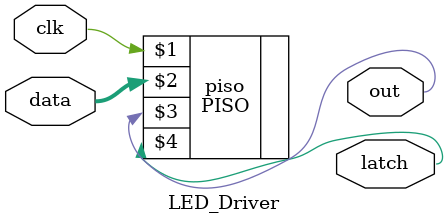
<source format=v>
module LED_Driver(clk,data,out,latch);
	input [15:0] data;
	input clk;
	output out;
	output latch;
	
	PISO piso(clk,data,out,latch);
	
endmodule
</source>
